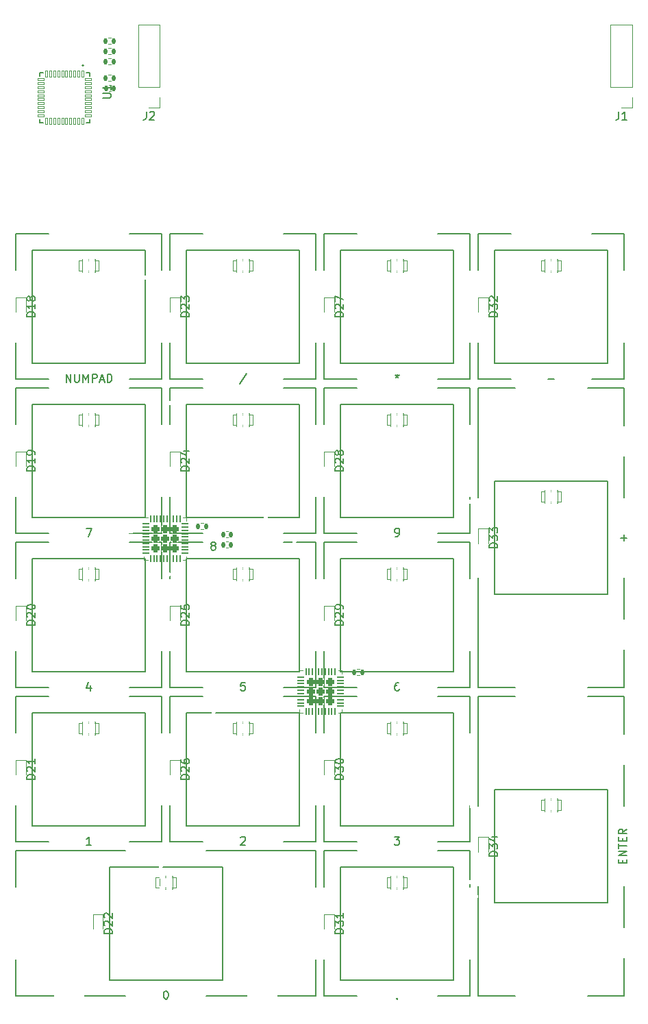
<source format=gbr>
%TF.GenerationSoftware,KiCad,Pcbnew,(6.0.5)*%
%TF.CreationDate,2022-06-21T22:17:49+02:00*%
%TF.ProjectId,Numpad,4e756d70-6164-42e6-9b69-6361645f7063,rev?*%
%TF.SameCoordinates,Original*%
%TF.FileFunction,Legend,Top*%
%TF.FilePolarity,Positive*%
%FSLAX46Y46*%
G04 Gerber Fmt 4.6, Leading zero omitted, Abs format (unit mm)*
G04 Created by KiCad (PCBNEW (6.0.5)) date 2022-06-21 22:17:49*
%MOMM*%
%LPD*%
G01*
G04 APERTURE LIST*
G04 Aperture macros list*
%AMRoundRect*
0 Rectangle with rounded corners*
0 $1 Rounding radius*
0 $2 $3 $4 $5 $6 $7 $8 $9 X,Y pos of 4 corners*
0 Add a 4 corners polygon primitive as box body*
4,1,4,$2,$3,$4,$5,$6,$7,$8,$9,$2,$3,0*
0 Add four circle primitives for the rounded corners*
1,1,$1+$1,$2,$3*
1,1,$1+$1,$4,$5*
1,1,$1+$1,$6,$7*
1,1,$1+$1,$8,$9*
0 Add four rect primitives between the rounded corners*
20,1,$1+$1,$2,$3,$4,$5,0*
20,1,$1+$1,$4,$5,$6,$7,0*
20,1,$1+$1,$6,$7,$8,$9,0*
20,1,$1+$1,$8,$9,$2,$3,0*%
G04 Aperture macros list end*
%ADD10C,0.150000*%
%ADD11C,0.120000*%
%ADD12C,0.127000*%
%ADD13C,0.200000*%
%ADD14R,0.700000X0.600000*%
%ADD15C,3.000000*%
%ADD16C,4.000000*%
%ADD17C,3.048000*%
%ADD18C,3.987800*%
%ADD19R,0.650000X0.600000*%
%ADD20RoundRect,0.135000X-0.135000X-0.185000X0.135000X-0.185000X0.135000X0.185000X-0.135000X0.185000X0*%
%ADD21RoundRect,0.135000X0.135000X0.185000X-0.135000X0.185000X-0.135000X-0.185000X0.135000X-0.185000X0*%
%ADD22RoundRect,0.008100X-0.126900X0.421900X-0.126900X-0.421900X0.126900X-0.421900X0.126900X0.421900X0*%
%ADD23RoundRect,0.008100X-0.421900X-0.126900X0.421900X-0.126900X0.421900X0.126900X-0.421900X0.126900X0*%
%ADD24R,4.100000X4.100000*%
%ADD25R,1.700000X1.700000*%
%ADD26O,1.700000X1.700000*%
%ADD27RoundRect,0.140000X-0.140000X-0.170000X0.140000X-0.170000X0.140000X0.170000X-0.140000X0.170000X0*%
%ADD28RoundRect,0.062500X-0.350000X-0.062500X0.350000X-0.062500X0.350000X0.062500X-0.350000X0.062500X0*%
%ADD29RoundRect,0.062500X-0.062500X-0.350000X0.062500X-0.350000X0.062500X0.350000X-0.062500X0.350000X0*%
%ADD30RoundRect,0.242500X-0.242500X-0.242500X0.242500X-0.242500X0.242500X0.242500X-0.242500X0.242500X0*%
%ADD31RoundRect,0.140000X0.140000X0.170000X-0.140000X0.170000X-0.140000X-0.170000X0.140000X-0.170000X0*%
%ADD32C,0.600000*%
G04 APERTURE END LIST*
D10*
%TO.C,D18*%
X27841380Y-62974285D02*
X26841380Y-62974285D01*
X26841380Y-62736190D01*
X26889000Y-62593333D01*
X26984238Y-62498095D01*
X27079476Y-62450476D01*
X27269952Y-62402857D01*
X27412809Y-62402857D01*
X27603285Y-62450476D01*
X27698523Y-62498095D01*
X27793761Y-62593333D01*
X27841380Y-62736190D01*
X27841380Y-62974285D01*
X27841380Y-61450476D02*
X27841380Y-62021904D01*
X27841380Y-61736190D02*
X26841380Y-61736190D01*
X26984238Y-61831428D01*
X27079476Y-61926666D01*
X27127095Y-62021904D01*
X27269952Y-60879047D02*
X27222333Y-60974285D01*
X27174714Y-61021904D01*
X27079476Y-61069523D01*
X27031857Y-61069523D01*
X26936619Y-61021904D01*
X26889000Y-60974285D01*
X26841380Y-60879047D01*
X26841380Y-60688571D01*
X26889000Y-60593333D01*
X26936619Y-60545714D01*
X27031857Y-60498095D01*
X27079476Y-60498095D01*
X27174714Y-60545714D01*
X27222333Y-60593333D01*
X27269952Y-60688571D01*
X27269952Y-60879047D01*
X27317571Y-60974285D01*
X27365190Y-61021904D01*
X27460428Y-61069523D01*
X27650904Y-61069523D01*
X27746142Y-61021904D01*
X27793761Y-60974285D01*
X27841380Y-60879047D01*
X27841380Y-60688571D01*
X27793761Y-60593333D01*
X27746142Y-60545714D01*
X27650904Y-60498095D01*
X27460428Y-60498095D01*
X27365190Y-60545714D01*
X27317571Y-60593333D01*
X27269952Y-60688571D01*
%TO.C,K_ZERO1*%
X43971380Y-146302380D02*
X44066619Y-146302380D01*
X44161857Y-146350000D01*
X44209476Y-146397619D01*
X44257095Y-146492857D01*
X44304714Y-146683333D01*
X44304714Y-146921428D01*
X44257095Y-147111904D01*
X44209476Y-147207142D01*
X44161857Y-147254761D01*
X44066619Y-147302380D01*
X43971380Y-147302380D01*
X43876142Y-147254761D01*
X43828523Y-147207142D01*
X43780904Y-147111904D01*
X43733285Y-146921428D01*
X43733285Y-146683333D01*
X43780904Y-146492857D01*
X43828523Y-146397619D01*
X43876142Y-146350000D01*
X43971380Y-146302380D01*
%TO.C,U1*%
X36216380Y-35989904D02*
X37025904Y-35989904D01*
X37121142Y-35942285D01*
X37168761Y-35894666D01*
X37216380Y-35799428D01*
X37216380Y-35608952D01*
X37168761Y-35513714D01*
X37121142Y-35466095D01*
X37025904Y-35418476D01*
X36216380Y-35418476D01*
X37216380Y-34418476D02*
X37216380Y-34989904D01*
X37216380Y-34704190D02*
X36216380Y-34704190D01*
X36359238Y-34799428D01*
X36454476Y-34894666D01*
X36502095Y-34989904D01*
%TO.C,D25*%
X46891380Y-101074285D02*
X45891380Y-101074285D01*
X45891380Y-100836190D01*
X45939000Y-100693333D01*
X46034238Y-100598095D01*
X46129476Y-100550476D01*
X46319952Y-100502857D01*
X46462809Y-100502857D01*
X46653285Y-100550476D01*
X46748523Y-100598095D01*
X46843761Y-100693333D01*
X46891380Y-100836190D01*
X46891380Y-101074285D01*
X45986619Y-100121904D02*
X45939000Y-100074285D01*
X45891380Y-99979047D01*
X45891380Y-99740952D01*
X45939000Y-99645714D01*
X45986619Y-99598095D01*
X46081857Y-99550476D01*
X46177095Y-99550476D01*
X46319952Y-99598095D01*
X46891380Y-100169523D01*
X46891380Y-99550476D01*
X45891380Y-98645714D02*
X45891380Y-99121904D01*
X46367571Y-99169523D01*
X46319952Y-99121904D01*
X46272333Y-99026666D01*
X46272333Y-98788571D01*
X46319952Y-98693333D01*
X46367571Y-98645714D01*
X46462809Y-98598095D01*
X46700904Y-98598095D01*
X46796142Y-98645714D01*
X46843761Y-98693333D01*
X46891380Y-98788571D01*
X46891380Y-99026666D01*
X46843761Y-99121904D01*
X46796142Y-99169523D01*
%TO.C,K_TWO1*%
X53258285Y-127347619D02*
X53305904Y-127300000D01*
X53401142Y-127252380D01*
X53639238Y-127252380D01*
X53734476Y-127300000D01*
X53782095Y-127347619D01*
X53829714Y-127442857D01*
X53829714Y-127538095D01*
X53782095Y-127680952D01*
X53210666Y-128252380D01*
X53829714Y-128252380D01*
%TO.C,K_DOT1*%
X72594000Y-147207142D02*
X72641619Y-147254761D01*
X72594000Y-147302380D01*
X72546380Y-147254761D01*
X72594000Y-147207142D01*
X72594000Y-147302380D01*
%TO.C,K_SLASH1*%
X53972571Y-70054761D02*
X53115428Y-71340476D01*
%TO.C,D19*%
X27841380Y-82024285D02*
X26841380Y-82024285D01*
X26841380Y-81786190D01*
X26889000Y-81643333D01*
X26984238Y-81548095D01*
X27079476Y-81500476D01*
X27269952Y-81452857D01*
X27412809Y-81452857D01*
X27603285Y-81500476D01*
X27698523Y-81548095D01*
X27793761Y-81643333D01*
X27841380Y-81786190D01*
X27841380Y-82024285D01*
X27841380Y-80500476D02*
X27841380Y-81071904D01*
X27841380Y-80786190D02*
X26841380Y-80786190D01*
X26984238Y-80881428D01*
X27079476Y-80976666D01*
X27127095Y-81071904D01*
X27841380Y-80024285D02*
X27841380Y-79833809D01*
X27793761Y-79738571D01*
X27746142Y-79690952D01*
X27603285Y-79595714D01*
X27412809Y-79548095D01*
X27031857Y-79548095D01*
X26936619Y-79595714D01*
X26889000Y-79643333D01*
X26841380Y-79738571D01*
X26841380Y-79929047D01*
X26889000Y-80024285D01*
X26936619Y-80071904D01*
X27031857Y-80119523D01*
X27269952Y-80119523D01*
X27365190Y-80071904D01*
X27412809Y-80024285D01*
X27460428Y-79929047D01*
X27460428Y-79738571D01*
X27412809Y-79643333D01*
X27365190Y-79595714D01*
X27269952Y-79548095D01*
%TO.C,D29*%
X65941380Y-101074285D02*
X64941380Y-101074285D01*
X64941380Y-100836190D01*
X64989000Y-100693333D01*
X65084238Y-100598095D01*
X65179476Y-100550476D01*
X65369952Y-100502857D01*
X65512809Y-100502857D01*
X65703285Y-100550476D01*
X65798523Y-100598095D01*
X65893761Y-100693333D01*
X65941380Y-100836190D01*
X65941380Y-101074285D01*
X65036619Y-100121904D02*
X64989000Y-100074285D01*
X64941380Y-99979047D01*
X64941380Y-99740952D01*
X64989000Y-99645714D01*
X65036619Y-99598095D01*
X65131857Y-99550476D01*
X65227095Y-99550476D01*
X65369952Y-99598095D01*
X65941380Y-100169523D01*
X65941380Y-99550476D01*
X65941380Y-99074285D02*
X65941380Y-98883809D01*
X65893761Y-98788571D01*
X65846142Y-98740952D01*
X65703285Y-98645714D01*
X65512809Y-98598095D01*
X65131857Y-98598095D01*
X65036619Y-98645714D01*
X64989000Y-98693333D01*
X64941380Y-98788571D01*
X64941380Y-98979047D01*
X64989000Y-99074285D01*
X65036619Y-99121904D01*
X65131857Y-99169523D01*
X65369952Y-99169523D01*
X65465190Y-99121904D01*
X65512809Y-99074285D01*
X65560428Y-98979047D01*
X65560428Y-98788571D01*
X65512809Y-98693333D01*
X65465190Y-98645714D01*
X65369952Y-98598095D01*
%TO.C,D27*%
X65941380Y-62974285D02*
X64941380Y-62974285D01*
X64941380Y-62736190D01*
X64989000Y-62593333D01*
X65084238Y-62498095D01*
X65179476Y-62450476D01*
X65369952Y-62402857D01*
X65512809Y-62402857D01*
X65703285Y-62450476D01*
X65798523Y-62498095D01*
X65893761Y-62593333D01*
X65941380Y-62736190D01*
X65941380Y-62974285D01*
X65036619Y-62021904D02*
X64989000Y-61974285D01*
X64941380Y-61879047D01*
X64941380Y-61640952D01*
X64989000Y-61545714D01*
X65036619Y-61498095D01*
X65131857Y-61450476D01*
X65227095Y-61450476D01*
X65369952Y-61498095D01*
X65941380Y-62069523D01*
X65941380Y-61450476D01*
X64941380Y-61117142D02*
X64941380Y-60450476D01*
X65941380Y-60879047D01*
%TO.C,K_ENTER1*%
X100462571Y-130506428D02*
X100462571Y-130173095D01*
X100986380Y-130030238D02*
X100986380Y-130506428D01*
X99986380Y-130506428D01*
X99986380Y-130030238D01*
X100986380Y-129601666D02*
X99986380Y-129601666D01*
X100986380Y-129030238D01*
X99986380Y-129030238D01*
X99986380Y-128696904D02*
X99986380Y-128125476D01*
X100986380Y-128411190D02*
X99986380Y-128411190D01*
X100462571Y-127792142D02*
X100462571Y-127458809D01*
X100986380Y-127315952D02*
X100986380Y-127792142D01*
X99986380Y-127792142D01*
X99986380Y-127315952D01*
X100986380Y-126315952D02*
X100510190Y-126649285D01*
X100986380Y-126887380D02*
X99986380Y-126887380D01*
X99986380Y-126506428D01*
X100034000Y-126411190D01*
X100081619Y-126363571D01*
X100176857Y-126315952D01*
X100319714Y-126315952D01*
X100414952Y-126363571D01*
X100462571Y-126411190D01*
X100510190Y-126506428D01*
X100510190Y-126887380D01*
%TO.C,K_MINUS1*%
X91263047Y-70721428D02*
X92024952Y-70721428D01*
%TO.C,D34*%
X84991380Y-129649285D02*
X83991380Y-129649285D01*
X83991380Y-129411190D01*
X84039000Y-129268333D01*
X84134238Y-129173095D01*
X84229476Y-129125476D01*
X84419952Y-129077857D01*
X84562809Y-129077857D01*
X84753285Y-129125476D01*
X84848523Y-129173095D01*
X84943761Y-129268333D01*
X84991380Y-129411190D01*
X84991380Y-129649285D01*
X83991380Y-128744523D02*
X83991380Y-128125476D01*
X84372333Y-128458809D01*
X84372333Y-128315952D01*
X84419952Y-128220714D01*
X84467571Y-128173095D01*
X84562809Y-128125476D01*
X84800904Y-128125476D01*
X84896142Y-128173095D01*
X84943761Y-128220714D01*
X84991380Y-128315952D01*
X84991380Y-128601666D01*
X84943761Y-128696904D01*
X84896142Y-128744523D01*
X84324714Y-127268333D02*
X84991380Y-127268333D01*
X83943761Y-127506428D02*
X84658047Y-127744523D01*
X84658047Y-127125476D01*
%TO.C,D33*%
X84991380Y-91549285D02*
X83991380Y-91549285D01*
X83991380Y-91311190D01*
X84039000Y-91168333D01*
X84134238Y-91073095D01*
X84229476Y-91025476D01*
X84419952Y-90977857D01*
X84562809Y-90977857D01*
X84753285Y-91025476D01*
X84848523Y-91073095D01*
X84943761Y-91168333D01*
X84991380Y-91311190D01*
X84991380Y-91549285D01*
X83991380Y-90644523D02*
X83991380Y-90025476D01*
X84372333Y-90358809D01*
X84372333Y-90215952D01*
X84419952Y-90120714D01*
X84467571Y-90073095D01*
X84562809Y-90025476D01*
X84800904Y-90025476D01*
X84896142Y-90073095D01*
X84943761Y-90120714D01*
X84991380Y-90215952D01*
X84991380Y-90501666D01*
X84943761Y-90596904D01*
X84896142Y-90644523D01*
X83991380Y-89692142D02*
X83991380Y-89073095D01*
X84372333Y-89406428D01*
X84372333Y-89263571D01*
X84419952Y-89168333D01*
X84467571Y-89120714D01*
X84562809Y-89073095D01*
X84800904Y-89073095D01*
X84896142Y-89120714D01*
X84943761Y-89168333D01*
X84991380Y-89263571D01*
X84991380Y-89549285D01*
X84943761Y-89644523D01*
X84896142Y-89692142D01*
%TO.C,J1*%
X99986666Y-37676380D02*
X99986666Y-38390666D01*
X99939047Y-38533523D01*
X99843809Y-38628761D01*
X99700952Y-38676380D01*
X99605714Y-38676380D01*
X100986666Y-38676380D02*
X100415238Y-38676380D01*
X100700952Y-38676380D02*
X100700952Y-37676380D01*
X100605714Y-37819238D01*
X100510476Y-37914476D01*
X100415238Y-37962095D01*
%TO.C,D26*%
X46891380Y-120124285D02*
X45891380Y-120124285D01*
X45891380Y-119886190D01*
X45939000Y-119743333D01*
X46034238Y-119648095D01*
X46129476Y-119600476D01*
X46319952Y-119552857D01*
X46462809Y-119552857D01*
X46653285Y-119600476D01*
X46748523Y-119648095D01*
X46843761Y-119743333D01*
X46891380Y-119886190D01*
X46891380Y-120124285D01*
X45986619Y-119171904D02*
X45939000Y-119124285D01*
X45891380Y-119029047D01*
X45891380Y-118790952D01*
X45939000Y-118695714D01*
X45986619Y-118648095D01*
X46081857Y-118600476D01*
X46177095Y-118600476D01*
X46319952Y-118648095D01*
X46891380Y-119219523D01*
X46891380Y-118600476D01*
X45891380Y-117743333D02*
X45891380Y-117933809D01*
X45939000Y-118029047D01*
X45986619Y-118076666D01*
X46129476Y-118171904D01*
X46319952Y-118219523D01*
X46700904Y-118219523D01*
X46796142Y-118171904D01*
X46843761Y-118124285D01*
X46891380Y-118029047D01*
X46891380Y-117838571D01*
X46843761Y-117743333D01*
X46796142Y-117695714D01*
X46700904Y-117648095D01*
X46462809Y-117648095D01*
X46367571Y-117695714D01*
X46319952Y-117743333D01*
X46272333Y-117838571D01*
X46272333Y-118029047D01*
X46319952Y-118124285D01*
X46367571Y-118171904D01*
X46462809Y-118219523D01*
%TO.C,D22*%
X37366380Y-139174285D02*
X36366380Y-139174285D01*
X36366380Y-138936190D01*
X36414000Y-138793333D01*
X36509238Y-138698095D01*
X36604476Y-138650476D01*
X36794952Y-138602857D01*
X36937809Y-138602857D01*
X37128285Y-138650476D01*
X37223523Y-138698095D01*
X37318761Y-138793333D01*
X37366380Y-138936190D01*
X37366380Y-139174285D01*
X36461619Y-138221904D02*
X36414000Y-138174285D01*
X36366380Y-138079047D01*
X36366380Y-137840952D01*
X36414000Y-137745714D01*
X36461619Y-137698095D01*
X36556857Y-137650476D01*
X36652095Y-137650476D01*
X36794952Y-137698095D01*
X37366380Y-138269523D01*
X37366380Y-137650476D01*
X36461619Y-137269523D02*
X36414000Y-137221904D01*
X36366380Y-137126666D01*
X36366380Y-136888571D01*
X36414000Y-136793333D01*
X36461619Y-136745714D01*
X36556857Y-136698095D01*
X36652095Y-136698095D01*
X36794952Y-136745714D01*
X37366380Y-137317142D01*
X37366380Y-136698095D01*
%TO.C,K_PLUS1*%
X100605428Y-90715952D02*
X100605428Y-89954047D01*
X100986380Y-90335000D02*
X100224476Y-90335000D01*
%TO.C,K_THREE1*%
X72260666Y-127252380D02*
X72879714Y-127252380D01*
X72546380Y-127633333D01*
X72689238Y-127633333D01*
X72784476Y-127680952D01*
X72832095Y-127728571D01*
X72879714Y-127823809D01*
X72879714Y-128061904D01*
X72832095Y-128157142D01*
X72784476Y-128204761D01*
X72689238Y-128252380D01*
X72403523Y-128252380D01*
X72308285Y-128204761D01*
X72260666Y-128157142D01*
%TO.C,K_SEVEN1*%
X34160666Y-89152380D02*
X34827333Y-89152380D01*
X34398761Y-90152380D01*
%TO.C,D30*%
X65941380Y-120124285D02*
X64941380Y-120124285D01*
X64941380Y-119886190D01*
X64989000Y-119743333D01*
X65084238Y-119648095D01*
X65179476Y-119600476D01*
X65369952Y-119552857D01*
X65512809Y-119552857D01*
X65703285Y-119600476D01*
X65798523Y-119648095D01*
X65893761Y-119743333D01*
X65941380Y-119886190D01*
X65941380Y-120124285D01*
X64941380Y-119219523D02*
X64941380Y-118600476D01*
X65322333Y-118933809D01*
X65322333Y-118790952D01*
X65369952Y-118695714D01*
X65417571Y-118648095D01*
X65512809Y-118600476D01*
X65750904Y-118600476D01*
X65846142Y-118648095D01*
X65893761Y-118695714D01*
X65941380Y-118790952D01*
X65941380Y-119076666D01*
X65893761Y-119171904D01*
X65846142Y-119219523D01*
X64941380Y-117981428D02*
X64941380Y-117886190D01*
X64989000Y-117790952D01*
X65036619Y-117743333D01*
X65131857Y-117695714D01*
X65322333Y-117648095D01*
X65560428Y-117648095D01*
X65750904Y-117695714D01*
X65846142Y-117743333D01*
X65893761Y-117790952D01*
X65941380Y-117886190D01*
X65941380Y-117981428D01*
X65893761Y-118076666D01*
X65846142Y-118124285D01*
X65750904Y-118171904D01*
X65560428Y-118219523D01*
X65322333Y-118219523D01*
X65131857Y-118171904D01*
X65036619Y-118124285D01*
X64989000Y-118076666D01*
X64941380Y-117981428D01*
%TO.C,D21*%
X27841380Y-120124285D02*
X26841380Y-120124285D01*
X26841380Y-119886190D01*
X26889000Y-119743333D01*
X26984238Y-119648095D01*
X27079476Y-119600476D01*
X27269952Y-119552857D01*
X27412809Y-119552857D01*
X27603285Y-119600476D01*
X27698523Y-119648095D01*
X27793761Y-119743333D01*
X27841380Y-119886190D01*
X27841380Y-120124285D01*
X26936619Y-119171904D02*
X26889000Y-119124285D01*
X26841380Y-119029047D01*
X26841380Y-118790952D01*
X26889000Y-118695714D01*
X26936619Y-118648095D01*
X27031857Y-118600476D01*
X27127095Y-118600476D01*
X27269952Y-118648095D01*
X27841380Y-119219523D01*
X27841380Y-118600476D01*
X27841380Y-117648095D02*
X27841380Y-118219523D01*
X27841380Y-117933809D02*
X26841380Y-117933809D01*
X26984238Y-118029047D01*
X27079476Y-118124285D01*
X27127095Y-118219523D01*
%TO.C,D28*%
X65941380Y-82024285D02*
X64941380Y-82024285D01*
X64941380Y-81786190D01*
X64989000Y-81643333D01*
X65084238Y-81548095D01*
X65179476Y-81500476D01*
X65369952Y-81452857D01*
X65512809Y-81452857D01*
X65703285Y-81500476D01*
X65798523Y-81548095D01*
X65893761Y-81643333D01*
X65941380Y-81786190D01*
X65941380Y-82024285D01*
X65036619Y-81071904D02*
X64989000Y-81024285D01*
X64941380Y-80929047D01*
X64941380Y-80690952D01*
X64989000Y-80595714D01*
X65036619Y-80548095D01*
X65131857Y-80500476D01*
X65227095Y-80500476D01*
X65369952Y-80548095D01*
X65941380Y-81119523D01*
X65941380Y-80500476D01*
X65369952Y-79929047D02*
X65322333Y-80024285D01*
X65274714Y-80071904D01*
X65179476Y-80119523D01*
X65131857Y-80119523D01*
X65036619Y-80071904D01*
X64989000Y-80024285D01*
X64941380Y-79929047D01*
X64941380Y-79738571D01*
X64989000Y-79643333D01*
X65036619Y-79595714D01*
X65131857Y-79548095D01*
X65179476Y-79548095D01*
X65274714Y-79595714D01*
X65322333Y-79643333D01*
X65369952Y-79738571D01*
X65369952Y-79929047D01*
X65417571Y-80024285D01*
X65465190Y-80071904D01*
X65560428Y-80119523D01*
X65750904Y-80119523D01*
X65846142Y-80071904D01*
X65893761Y-80024285D01*
X65941380Y-79929047D01*
X65941380Y-79738571D01*
X65893761Y-79643333D01*
X65846142Y-79595714D01*
X65750904Y-79548095D01*
X65560428Y-79548095D01*
X65465190Y-79595714D01*
X65417571Y-79643333D01*
X65369952Y-79738571D01*
%TO.C,K_FOUR1*%
X34684476Y-108535714D02*
X34684476Y-109202380D01*
X34446380Y-108154761D02*
X34208285Y-108869047D01*
X34827333Y-108869047D01*
%TO.C,D23*%
X46891380Y-62974285D02*
X45891380Y-62974285D01*
X45891380Y-62736190D01*
X45939000Y-62593333D01*
X46034238Y-62498095D01*
X46129476Y-62450476D01*
X46319952Y-62402857D01*
X46462809Y-62402857D01*
X46653285Y-62450476D01*
X46748523Y-62498095D01*
X46843761Y-62593333D01*
X46891380Y-62736190D01*
X46891380Y-62974285D01*
X45986619Y-62021904D02*
X45939000Y-61974285D01*
X45891380Y-61879047D01*
X45891380Y-61640952D01*
X45939000Y-61545714D01*
X45986619Y-61498095D01*
X46081857Y-61450476D01*
X46177095Y-61450476D01*
X46319952Y-61498095D01*
X46891380Y-62069523D01*
X46891380Y-61450476D01*
X45891380Y-61117142D02*
X45891380Y-60498095D01*
X46272333Y-60831428D01*
X46272333Y-60688571D01*
X46319952Y-60593333D01*
X46367571Y-60545714D01*
X46462809Y-60498095D01*
X46700904Y-60498095D01*
X46796142Y-60545714D01*
X46843761Y-60593333D01*
X46891380Y-60688571D01*
X46891380Y-60974285D01*
X46843761Y-61069523D01*
X46796142Y-61117142D01*
%TO.C,K_ONE1*%
X34779714Y-128252380D02*
X34208285Y-128252380D01*
X34494000Y-128252380D02*
X34494000Y-127252380D01*
X34398761Y-127395238D01*
X34303523Y-127490476D01*
X34208285Y-127538095D01*
%TO.C,D32*%
X84991380Y-62974285D02*
X83991380Y-62974285D01*
X83991380Y-62736190D01*
X84039000Y-62593333D01*
X84134238Y-62498095D01*
X84229476Y-62450476D01*
X84419952Y-62402857D01*
X84562809Y-62402857D01*
X84753285Y-62450476D01*
X84848523Y-62498095D01*
X84943761Y-62593333D01*
X84991380Y-62736190D01*
X84991380Y-62974285D01*
X83991380Y-62069523D02*
X83991380Y-61450476D01*
X84372333Y-61783809D01*
X84372333Y-61640952D01*
X84419952Y-61545714D01*
X84467571Y-61498095D01*
X84562809Y-61450476D01*
X84800904Y-61450476D01*
X84896142Y-61498095D01*
X84943761Y-61545714D01*
X84991380Y-61640952D01*
X84991380Y-61926666D01*
X84943761Y-62021904D01*
X84896142Y-62069523D01*
X84086619Y-61069523D02*
X84039000Y-61021904D01*
X83991380Y-60926666D01*
X83991380Y-60688571D01*
X84039000Y-60593333D01*
X84086619Y-60545714D01*
X84181857Y-60498095D01*
X84277095Y-60498095D01*
X84419952Y-60545714D01*
X84991380Y-61117142D01*
X84991380Y-60498095D01*
%TO.C,D20*%
X27841380Y-101074285D02*
X26841380Y-101074285D01*
X26841380Y-100836190D01*
X26889000Y-100693333D01*
X26984238Y-100598095D01*
X27079476Y-100550476D01*
X27269952Y-100502857D01*
X27412809Y-100502857D01*
X27603285Y-100550476D01*
X27698523Y-100598095D01*
X27793761Y-100693333D01*
X27841380Y-100836190D01*
X27841380Y-101074285D01*
X26936619Y-100121904D02*
X26889000Y-100074285D01*
X26841380Y-99979047D01*
X26841380Y-99740952D01*
X26889000Y-99645714D01*
X26936619Y-99598095D01*
X27031857Y-99550476D01*
X27127095Y-99550476D01*
X27269952Y-99598095D01*
X27841380Y-100169523D01*
X27841380Y-99550476D01*
X26841380Y-98931428D02*
X26841380Y-98836190D01*
X26889000Y-98740952D01*
X26936619Y-98693333D01*
X27031857Y-98645714D01*
X27222333Y-98598095D01*
X27460428Y-98598095D01*
X27650904Y-98645714D01*
X27746142Y-98693333D01*
X27793761Y-98740952D01*
X27841380Y-98836190D01*
X27841380Y-98931428D01*
X27793761Y-99026666D01*
X27746142Y-99074285D01*
X27650904Y-99121904D01*
X27460428Y-99169523D01*
X27222333Y-99169523D01*
X27031857Y-99121904D01*
X26936619Y-99074285D01*
X26889000Y-99026666D01*
X26841380Y-98931428D01*
%TO.C,K_FIVE1*%
X53782095Y-108202380D02*
X53305904Y-108202380D01*
X53258285Y-108678571D01*
X53305904Y-108630952D01*
X53401142Y-108583333D01*
X53639238Y-108583333D01*
X53734476Y-108630952D01*
X53782095Y-108678571D01*
X53829714Y-108773809D01*
X53829714Y-109011904D01*
X53782095Y-109107142D01*
X53734476Y-109154761D01*
X53639238Y-109202380D01*
X53401142Y-109202380D01*
X53305904Y-109154761D01*
X53258285Y-109107142D01*
%TO.C,K_SIX1*%
X72784476Y-108202380D02*
X72594000Y-108202380D01*
X72498761Y-108250000D01*
X72451142Y-108297619D01*
X72355904Y-108440476D01*
X72308285Y-108630952D01*
X72308285Y-109011904D01*
X72355904Y-109107142D01*
X72403523Y-109154761D01*
X72498761Y-109202380D01*
X72689238Y-109202380D01*
X72784476Y-109154761D01*
X72832095Y-109107142D01*
X72879714Y-109011904D01*
X72879714Y-108773809D01*
X72832095Y-108678571D01*
X72784476Y-108630952D01*
X72689238Y-108583333D01*
X72498761Y-108583333D01*
X72403523Y-108630952D01*
X72355904Y-108678571D01*
X72308285Y-108773809D01*
%TO.C,K_STAR1*%
X72594000Y-70102380D02*
X72594000Y-70340476D01*
X72355904Y-70245238D02*
X72594000Y-70340476D01*
X72832095Y-70245238D01*
X72451142Y-70530952D02*
X72594000Y-70340476D01*
X72736857Y-70530952D01*
%TO.C,K_EIGHT1*%
X49777089Y-91282952D02*
X49681851Y-91235333D01*
X49634232Y-91187714D01*
X49586613Y-91092476D01*
X49586613Y-91044857D01*
X49634232Y-90949619D01*
X49681851Y-90902000D01*
X49777089Y-90854380D01*
X49967566Y-90854380D01*
X50062804Y-90902000D01*
X50110423Y-90949619D01*
X50158042Y-91044857D01*
X50158042Y-91092476D01*
X50110423Y-91187714D01*
X50062804Y-91235333D01*
X49967566Y-91282952D01*
X49777089Y-91282952D01*
X49681851Y-91330571D01*
X49634232Y-91378190D01*
X49586613Y-91473428D01*
X49586613Y-91663904D01*
X49634232Y-91759142D01*
X49681851Y-91806761D01*
X49777089Y-91854380D01*
X49967566Y-91854380D01*
X50062804Y-91806761D01*
X50110423Y-91759142D01*
X50158042Y-91663904D01*
X50158042Y-91473428D01*
X50110423Y-91378190D01*
X50062804Y-91330571D01*
X49967566Y-91282952D01*
%TO.C,J2*%
X41592666Y-37676380D02*
X41592666Y-38390666D01*
X41545047Y-38533523D01*
X41449809Y-38628761D01*
X41306952Y-38676380D01*
X41211714Y-38676380D01*
X42021238Y-37771619D02*
X42068857Y-37724000D01*
X42164095Y-37676380D01*
X42402190Y-37676380D01*
X42497428Y-37724000D01*
X42545047Y-37771619D01*
X42592666Y-37866857D01*
X42592666Y-37962095D01*
X42545047Y-38104952D01*
X41973619Y-38676380D01*
X42592666Y-38676380D01*
%TO.C,K_NUMPAD1*%
X31684476Y-71102380D02*
X31684476Y-70102380D01*
X32255904Y-71102380D01*
X32255904Y-70102380D01*
X32732095Y-70102380D02*
X32732095Y-70911904D01*
X32779714Y-71007142D01*
X32827333Y-71054761D01*
X32922571Y-71102380D01*
X33113047Y-71102380D01*
X33208285Y-71054761D01*
X33255904Y-71007142D01*
X33303523Y-70911904D01*
X33303523Y-70102380D01*
X33779714Y-71102380D02*
X33779714Y-70102380D01*
X34113047Y-70816666D01*
X34446380Y-70102380D01*
X34446380Y-71102380D01*
X34922571Y-71102380D02*
X34922571Y-70102380D01*
X35303523Y-70102380D01*
X35398761Y-70150000D01*
X35446380Y-70197619D01*
X35494000Y-70292857D01*
X35494000Y-70435714D01*
X35446380Y-70530952D01*
X35398761Y-70578571D01*
X35303523Y-70626190D01*
X34922571Y-70626190D01*
X35874952Y-70816666D02*
X36351142Y-70816666D01*
X35779714Y-71102380D02*
X36113047Y-70102380D01*
X36446380Y-71102380D01*
X36779714Y-71102380D02*
X36779714Y-70102380D01*
X37017809Y-70102380D01*
X37160666Y-70150000D01*
X37255904Y-70245238D01*
X37303523Y-70340476D01*
X37351142Y-70530952D01*
X37351142Y-70673809D01*
X37303523Y-70864285D01*
X37255904Y-70959523D01*
X37160666Y-71054761D01*
X37017809Y-71102380D01*
X36779714Y-71102380D01*
%TO.C,D31*%
X65941380Y-139174285D02*
X64941380Y-139174285D01*
X64941380Y-138936190D01*
X64989000Y-138793333D01*
X65084238Y-138698095D01*
X65179476Y-138650476D01*
X65369952Y-138602857D01*
X65512809Y-138602857D01*
X65703285Y-138650476D01*
X65798523Y-138698095D01*
X65893761Y-138793333D01*
X65941380Y-138936190D01*
X65941380Y-139174285D01*
X64941380Y-138269523D02*
X64941380Y-137650476D01*
X65322333Y-137983809D01*
X65322333Y-137840952D01*
X65369952Y-137745714D01*
X65417571Y-137698095D01*
X65512809Y-137650476D01*
X65750904Y-137650476D01*
X65846142Y-137698095D01*
X65893761Y-137745714D01*
X65941380Y-137840952D01*
X65941380Y-138126666D01*
X65893761Y-138221904D01*
X65846142Y-138269523D01*
X65941380Y-136698095D02*
X65941380Y-137269523D01*
X65941380Y-136983809D02*
X64941380Y-136983809D01*
X65084238Y-137079047D01*
X65179476Y-137174285D01*
X65227095Y-137269523D01*
%TO.C,K_NINE1*%
X72403523Y-90152380D02*
X72594000Y-90152380D01*
X72689238Y-90104761D01*
X72736857Y-90057142D01*
X72832095Y-89914285D01*
X72879714Y-89723809D01*
X72879714Y-89342857D01*
X72832095Y-89247619D01*
X72784476Y-89200000D01*
X72689238Y-89152380D01*
X72498761Y-89152380D01*
X72403523Y-89200000D01*
X72355904Y-89247619D01*
X72308285Y-89342857D01*
X72308285Y-89580952D01*
X72355904Y-89676190D01*
X72403523Y-89723809D01*
X72498761Y-89771428D01*
X72689238Y-89771428D01*
X72784476Y-89723809D01*
X72832095Y-89676190D01*
X72879714Y-89580952D01*
%TO.C,D24*%
X46891380Y-82024285D02*
X45891380Y-82024285D01*
X45891380Y-81786190D01*
X45939000Y-81643333D01*
X46034238Y-81548095D01*
X46129476Y-81500476D01*
X46319952Y-81452857D01*
X46462809Y-81452857D01*
X46653285Y-81500476D01*
X46748523Y-81548095D01*
X46843761Y-81643333D01*
X46891380Y-81786190D01*
X46891380Y-82024285D01*
X45986619Y-81071904D02*
X45939000Y-81024285D01*
X45891380Y-80929047D01*
X45891380Y-80690952D01*
X45939000Y-80595714D01*
X45986619Y-80548095D01*
X46081857Y-80500476D01*
X46177095Y-80500476D01*
X46319952Y-80548095D01*
X46891380Y-81119523D01*
X46891380Y-80500476D01*
X46224714Y-79643333D02*
X46891380Y-79643333D01*
X45843761Y-79881428D02*
X46558047Y-80119523D01*
X46558047Y-79500476D01*
D11*
%TO.C,D18*%
X26689000Y-60610000D02*
X25489000Y-60610000D01*
X26689000Y-62460000D02*
X26689000Y-60610000D01*
X25489000Y-62460000D02*
X25489000Y-60610000D01*
D10*
%TO.C,K_ZERO1*%
X48994000Y-128960000D02*
X62544000Y-128960000D01*
D11*
X45264000Y-133520000D02*
X42764000Y-133520000D01*
D10*
X48994000Y-146960000D02*
X62544000Y-146960000D01*
X25494000Y-128960000D02*
X25494000Y-133460000D01*
X25494000Y-146960000D02*
X39044000Y-146960000D01*
X37019000Y-144960000D02*
X37019000Y-130960000D01*
X37019000Y-130960000D02*
X51019000Y-130960000D01*
X25494000Y-142460000D02*
X25494000Y-146960000D01*
X62544000Y-133460000D02*
X62544000Y-128960000D01*
X51019000Y-130960000D02*
X51019000Y-144960000D01*
X51019000Y-144960000D02*
X37019000Y-144960000D01*
D11*
X45264000Y-132270000D02*
X42764000Y-132270000D01*
X42764000Y-132270000D02*
X42764000Y-133520000D01*
X45264000Y-133520000D02*
X45264000Y-132270000D01*
D10*
X25494000Y-128960000D02*
X39044000Y-128960000D01*
X62544000Y-142460000D02*
X62544000Y-146960000D01*
D11*
%TO.C,D12*%
X73394000Y-95595000D02*
X71794000Y-95595000D01*
X71794000Y-93995000D02*
X73394000Y-93995000D01*
X73394000Y-95595000D02*
X73394000Y-93995000D01*
X73394000Y-93995000D02*
X73394000Y-95595000D01*
X71794000Y-95595000D02*
X71794000Y-93995000D01*
%TO.C,R5*%
X36930359Y-30606000D02*
X37237641Y-30606000D01*
X36930359Y-29846000D02*
X37237641Y-29846000D01*
%TO.C,R1*%
X37237641Y-33148000D02*
X36930359Y-33148000D01*
X37237641Y-33908000D02*
X36930359Y-33908000D01*
D12*
%TO.C,U1*%
X34564000Y-32913000D02*
X34564000Y-33258000D01*
X34564000Y-39013000D02*
X34564000Y-38668000D01*
X28464000Y-39013000D02*
X28464000Y-38668000D01*
X34564000Y-39013000D02*
X34219000Y-39013000D01*
X28464000Y-32913000D02*
X28809000Y-32913000D01*
X28464000Y-39013000D02*
X28809000Y-39013000D01*
X34564000Y-32913000D02*
X34219000Y-32913000D01*
X28464000Y-32913000D02*
X28464000Y-33258000D01*
D13*
X33864000Y-31968000D02*
G75*
G03*
X33864000Y-31968000I-100000J0D01*
G01*
D11*
%TO.C,D25*%
X44539000Y-100560000D02*
X44539000Y-98710000D01*
X45739000Y-100560000D02*
X45739000Y-98710000D01*
X45739000Y-98710000D02*
X44539000Y-98710000D01*
%TO.C,R3*%
X67971641Y-106554000D02*
X67664359Y-106554000D01*
X67971641Y-107314000D02*
X67664359Y-107314000D01*
D10*
%TO.C,K_TWO1*%
X46539000Y-125915000D02*
X46539000Y-111915000D01*
D11*
X52289000Y-113220000D02*
X52289000Y-114470000D01*
D10*
X46539000Y-111915000D02*
X60539000Y-111915000D01*
X44544000Y-109910000D02*
X44544000Y-114410000D01*
X44544000Y-123410000D02*
X44544000Y-127910000D01*
X44544000Y-109910000D02*
X48544000Y-109910000D01*
X62544000Y-109910000D02*
X58544000Y-109910000D01*
D11*
X54789000Y-114470000D02*
X52289000Y-114470000D01*
D10*
X60539000Y-111915000D02*
X60539000Y-125915000D01*
X60539000Y-125915000D02*
X46539000Y-125915000D01*
D11*
X54789000Y-114470000D02*
X54789000Y-113220000D01*
D10*
X58544000Y-127910000D02*
X62544000Y-127910000D01*
X44544000Y-127910000D02*
X48544000Y-127910000D01*
X62544000Y-114410000D02*
X62544000Y-109910000D01*
D11*
X54789000Y-113220000D02*
X52289000Y-113220000D01*
D10*
X62544000Y-123410000D02*
X62544000Y-127910000D01*
D11*
%TO.C,K_DOT1*%
X73839000Y-132270000D02*
X71339000Y-132270000D01*
X73839000Y-133520000D02*
X71339000Y-133520000D01*
D10*
X63594000Y-142460000D02*
X63594000Y-146960000D01*
D11*
X71339000Y-132270000D02*
X71339000Y-133520000D01*
D10*
X81594000Y-128960000D02*
X77594000Y-128960000D01*
X63594000Y-146960000D02*
X67594000Y-146960000D01*
X65589000Y-144965000D02*
X65589000Y-130965000D01*
X79589000Y-144965000D02*
X65589000Y-144965000D01*
X63594000Y-128960000D02*
X63594000Y-133460000D01*
X65589000Y-130965000D02*
X79589000Y-130965000D01*
D11*
X73839000Y-133520000D02*
X73839000Y-132270000D01*
D10*
X79589000Y-130965000D02*
X79589000Y-144965000D01*
X81594000Y-133460000D02*
X81594000Y-128960000D01*
X77594000Y-146960000D02*
X81594000Y-146960000D01*
X63594000Y-128960000D02*
X67594000Y-128960000D01*
X81594000Y-142460000D02*
X81594000Y-146960000D01*
D11*
%TO.C,D10*%
X73394000Y-55895000D02*
X73394000Y-57495000D01*
X73394000Y-57495000D02*
X73394000Y-55895000D01*
X73394000Y-57495000D02*
X71794000Y-57495000D01*
X71794000Y-57495000D02*
X71794000Y-55895000D01*
X71794000Y-55895000D02*
X73394000Y-55895000D01*
%TO.C,D4*%
X35294000Y-113045000D02*
X35294000Y-114645000D01*
X35294000Y-114645000D02*
X33694000Y-114645000D01*
X33694000Y-114645000D02*
X33694000Y-113045000D01*
X33694000Y-113045000D02*
X35294000Y-113045000D01*
X35294000Y-114645000D02*
X35294000Y-113045000D01*
%TO.C,K_SLASH1*%
X52289000Y-56070000D02*
X52289000Y-57320000D01*
D10*
X44544000Y-52760000D02*
X44544000Y-57260000D01*
D11*
X54789000Y-56070000D02*
X52289000Y-56070000D01*
D10*
X62544000Y-66260000D02*
X62544000Y-70760000D01*
X60539000Y-68765000D02*
X46539000Y-68765000D01*
X62544000Y-57260000D02*
X62544000Y-52760000D01*
X44544000Y-70760000D02*
X48544000Y-70760000D01*
X62544000Y-52760000D02*
X58544000Y-52760000D01*
X58544000Y-70760000D02*
X62544000Y-70760000D01*
X60539000Y-54765000D02*
X60539000Y-68765000D01*
X44544000Y-52760000D02*
X48544000Y-52760000D01*
X46539000Y-68765000D02*
X46539000Y-54765000D01*
D11*
X54789000Y-57320000D02*
X54789000Y-56070000D01*
X54789000Y-57320000D02*
X52289000Y-57320000D01*
D10*
X46539000Y-54765000D02*
X60539000Y-54765000D01*
X44544000Y-66260000D02*
X44544000Y-70760000D01*
D11*
%TO.C,D19*%
X26689000Y-81510000D02*
X26689000Y-79660000D01*
X25489000Y-81510000D02*
X25489000Y-79660000D01*
X26689000Y-79660000D02*
X25489000Y-79660000D01*
%TO.C,D29*%
X64789000Y-98710000D02*
X63589000Y-98710000D01*
X64789000Y-100560000D02*
X64789000Y-98710000D01*
X63589000Y-100560000D02*
X63589000Y-98710000D01*
%TO.C,D27*%
X64789000Y-60610000D02*
X63589000Y-60610000D01*
X63589000Y-62460000D02*
X63589000Y-60610000D01*
X64789000Y-62460000D02*
X64789000Y-60610000D01*
%TO.C,D6*%
X54344000Y-57495000D02*
X54344000Y-55895000D01*
X54344000Y-55895000D02*
X54344000Y-57495000D01*
X52744000Y-55895000D02*
X54344000Y-55895000D01*
X54344000Y-57495000D02*
X52744000Y-57495000D01*
X52744000Y-57495000D02*
X52744000Y-55895000D01*
D10*
%TO.C,K_ENTER1*%
X84644000Y-135435000D02*
X84644000Y-121435000D01*
X82644000Y-123460000D02*
X82644000Y-109910000D01*
X87144000Y-109910000D02*
X82644000Y-109910000D01*
X96144000Y-146960000D02*
X100644000Y-146960000D01*
D11*
X90389000Y-122745000D02*
X90389000Y-123995000D01*
D10*
X98644000Y-121435000D02*
X98644000Y-135435000D01*
X82644000Y-146960000D02*
X87144000Y-146960000D01*
X82644000Y-146960000D02*
X82644000Y-133410000D01*
X96144000Y-109910000D02*
X100644000Y-109910000D01*
X100644000Y-146960000D02*
X100644000Y-133410000D01*
X84644000Y-121435000D02*
X98644000Y-121435000D01*
X98644000Y-135435000D02*
X84644000Y-135435000D01*
D11*
X92889000Y-123995000D02*
X92889000Y-122745000D01*
X92889000Y-123995000D02*
X90389000Y-123995000D01*
X92889000Y-122745000D02*
X90389000Y-122745000D01*
D10*
X100644000Y-123460000D02*
X100644000Y-109910000D01*
D11*
%TO.C,D3*%
X35294000Y-93995000D02*
X35294000Y-95595000D01*
X35294000Y-95595000D02*
X33694000Y-95595000D01*
X33694000Y-95595000D02*
X33694000Y-93995000D01*
X35294000Y-95595000D02*
X35294000Y-93995000D01*
X33694000Y-93995000D02*
X35294000Y-93995000D01*
%TO.C,D13*%
X73394000Y-113045000D02*
X73394000Y-114645000D01*
X71794000Y-114645000D02*
X71794000Y-113045000D01*
X71794000Y-113045000D02*
X73394000Y-113045000D01*
X73394000Y-114645000D02*
X71794000Y-114645000D01*
X73394000Y-114645000D02*
X73394000Y-113045000D01*
%TO.C,R2*%
X48667641Y-89280000D02*
X48360359Y-89280000D01*
X48667641Y-88520000D02*
X48360359Y-88520000D01*
%TO.C,D7*%
X52744000Y-76545000D02*
X52744000Y-74945000D01*
X54344000Y-76545000D02*
X52744000Y-76545000D01*
X54344000Y-76545000D02*
X54344000Y-74945000D01*
X52744000Y-74945000D02*
X54344000Y-74945000D01*
X54344000Y-74945000D02*
X54344000Y-76545000D01*
%TO.C,K_MINUS1*%
X92889000Y-56070000D02*
X90389000Y-56070000D01*
X90389000Y-56070000D02*
X90389000Y-57320000D01*
D10*
X82644000Y-70760000D02*
X86644000Y-70760000D01*
X84639000Y-68765000D02*
X84639000Y-54765000D01*
X100644000Y-57260000D02*
X100644000Y-52760000D01*
X96644000Y-70760000D02*
X100644000Y-70760000D01*
D11*
X92889000Y-57320000D02*
X90389000Y-57320000D01*
D10*
X82644000Y-52760000D02*
X82644000Y-57260000D01*
X98639000Y-54765000D02*
X98639000Y-68765000D01*
X84639000Y-54765000D02*
X98639000Y-54765000D01*
X82644000Y-52760000D02*
X86644000Y-52760000D01*
X98639000Y-68765000D02*
X84639000Y-68765000D01*
X100644000Y-52760000D02*
X96644000Y-52760000D01*
D11*
X92889000Y-57320000D02*
X92889000Y-56070000D01*
D10*
X82644000Y-66260000D02*
X82644000Y-70760000D01*
X100644000Y-66260000D02*
X100644000Y-70760000D01*
D11*
%TO.C,D34*%
X83839000Y-127285000D02*
X82639000Y-127285000D01*
X82639000Y-129135000D02*
X82639000Y-127285000D01*
X83839000Y-129135000D02*
X83839000Y-127285000D01*
%TO.C,D33*%
X83839000Y-89185000D02*
X82639000Y-89185000D01*
X83839000Y-91035000D02*
X83839000Y-89185000D01*
X82639000Y-91035000D02*
X82639000Y-89185000D01*
%TO.C,D5*%
X44819000Y-132095000D02*
X44819000Y-133695000D01*
X43219000Y-133695000D02*
X43219000Y-132095000D01*
X43219000Y-132095000D02*
X44819000Y-132095000D01*
X44819000Y-133695000D02*
X43219000Y-133695000D01*
X44819000Y-133695000D02*
X44819000Y-132095000D01*
%TO.C,J1*%
X101650000Y-37224000D02*
X100320000Y-37224000D01*
X98990000Y-34624000D02*
X98990000Y-26944000D01*
X101650000Y-35894000D02*
X101650000Y-37224000D01*
X101650000Y-26944000D02*
X98990000Y-26944000D01*
X101650000Y-34624000D02*
X101650000Y-26944000D01*
X101650000Y-34624000D02*
X98990000Y-34624000D01*
%TO.C,D17*%
X90844000Y-124170000D02*
X90844000Y-122570000D01*
X92444000Y-124170000D02*
X90844000Y-124170000D01*
X92444000Y-124170000D02*
X92444000Y-122570000D01*
X92444000Y-122570000D02*
X92444000Y-124170000D01*
X90844000Y-122570000D02*
X92444000Y-122570000D01*
%TO.C,D9*%
X52744000Y-113045000D02*
X54344000Y-113045000D01*
X54344000Y-113045000D02*
X54344000Y-114645000D01*
X54344000Y-114645000D02*
X54344000Y-113045000D01*
X54344000Y-114645000D02*
X52744000Y-114645000D01*
X52744000Y-114645000D02*
X52744000Y-113045000D01*
%TO.C,D26*%
X45739000Y-117760000D02*
X44539000Y-117760000D01*
X45739000Y-119610000D02*
X45739000Y-117760000D01*
X44539000Y-119610000D02*
X44539000Y-117760000D01*
%TO.C,D22*%
X36214000Y-138660000D02*
X36214000Y-136810000D01*
X35014000Y-138660000D02*
X35014000Y-136810000D01*
X36214000Y-136810000D02*
X35014000Y-136810000D01*
D10*
%TO.C,K_PLUS1*%
X84644000Y-97335000D02*
X84644000Y-83335000D01*
X82644000Y-85360000D02*
X82644000Y-71810000D01*
X96144000Y-71810000D02*
X100644000Y-71810000D01*
X82644000Y-108860000D02*
X82644000Y-95310000D01*
X98644000Y-97335000D02*
X84644000Y-97335000D01*
X82644000Y-108860000D02*
X87144000Y-108860000D01*
D11*
X92889000Y-85895000D02*
X90389000Y-85895000D01*
D10*
X100644000Y-108860000D02*
X100644000Y-95310000D01*
D11*
X92889000Y-84645000D02*
X90389000Y-84645000D01*
X92889000Y-85895000D02*
X92889000Y-84645000D01*
D10*
X98644000Y-83335000D02*
X98644000Y-97335000D01*
X96144000Y-108860000D02*
X100644000Y-108860000D01*
X87144000Y-71810000D02*
X82644000Y-71810000D01*
X100644000Y-85360000D02*
X100644000Y-71810000D01*
X84644000Y-83335000D02*
X98644000Y-83335000D01*
D11*
X90389000Y-84645000D02*
X90389000Y-85895000D01*
%TO.C,D2*%
X33694000Y-76545000D02*
X33694000Y-74945000D01*
X35294000Y-74945000D02*
X35294000Y-76545000D01*
X35294000Y-76545000D02*
X35294000Y-74945000D01*
X35294000Y-76545000D02*
X33694000Y-76545000D01*
X33694000Y-74945000D02*
X35294000Y-74945000D01*
D10*
%TO.C,K_THREE1*%
X77594000Y-127910000D02*
X81594000Y-127910000D01*
X79589000Y-125915000D02*
X65589000Y-125915000D01*
X63594000Y-127910000D02*
X67594000Y-127910000D01*
X79589000Y-111915000D02*
X79589000Y-125915000D01*
X81594000Y-109910000D02*
X77594000Y-109910000D01*
D11*
X73839000Y-114470000D02*
X71339000Y-114470000D01*
D10*
X63594000Y-123410000D02*
X63594000Y-127910000D01*
X81594000Y-114410000D02*
X81594000Y-109910000D01*
X65589000Y-125915000D02*
X65589000Y-111915000D01*
X65589000Y-111915000D02*
X79589000Y-111915000D01*
D11*
X73839000Y-114470000D02*
X73839000Y-113220000D01*
D10*
X81594000Y-123410000D02*
X81594000Y-127910000D01*
D11*
X71339000Y-113220000D02*
X71339000Y-114470000D01*
D10*
X63594000Y-109910000D02*
X67594000Y-109910000D01*
D11*
X73839000Y-113220000D02*
X71339000Y-113220000D01*
D10*
X63594000Y-109910000D02*
X63594000Y-114410000D01*
D11*
%TO.C,K_SEVEN1*%
X35739000Y-76370000D02*
X35739000Y-75120000D01*
D10*
X27489000Y-87815000D02*
X27489000Y-73815000D01*
X39494000Y-89810000D02*
X43494000Y-89810000D01*
X43494000Y-71810000D02*
X39494000Y-71810000D01*
X25494000Y-85310000D02*
X25494000Y-89810000D01*
X27489000Y-73815000D02*
X41489000Y-73815000D01*
D11*
X35739000Y-75120000D02*
X33239000Y-75120000D01*
D10*
X43494000Y-76310000D02*
X43494000Y-71810000D01*
X25494000Y-89810000D02*
X29494000Y-89810000D01*
X43494000Y-85310000D02*
X43494000Y-89810000D01*
D11*
X35739000Y-76370000D02*
X33239000Y-76370000D01*
D10*
X25494000Y-71810000D02*
X25494000Y-76310000D01*
X25494000Y-71810000D02*
X29494000Y-71810000D01*
D11*
X33239000Y-75120000D02*
X33239000Y-76370000D01*
D10*
X41489000Y-73815000D02*
X41489000Y-87815000D01*
X41489000Y-87815000D02*
X27489000Y-87815000D01*
D11*
%TO.C,D30*%
X64789000Y-119610000D02*
X64789000Y-117760000D01*
X63589000Y-119610000D02*
X63589000Y-117760000D01*
X64789000Y-117760000D02*
X63589000Y-117760000D01*
%TO.C,D14*%
X73394000Y-133695000D02*
X73394000Y-132095000D01*
X71794000Y-133695000D02*
X71794000Y-132095000D01*
X71794000Y-132095000D02*
X73394000Y-132095000D01*
X73394000Y-132095000D02*
X73394000Y-133695000D01*
X73394000Y-133695000D02*
X71794000Y-133695000D01*
%TO.C,D15*%
X92444000Y-55895000D02*
X92444000Y-57495000D01*
X90844000Y-57495000D02*
X90844000Y-55895000D01*
X92444000Y-57495000D02*
X92444000Y-55895000D01*
X92444000Y-57495000D02*
X90844000Y-57495000D01*
X90844000Y-55895000D02*
X92444000Y-55895000D01*
%TO.C,D1*%
X35294000Y-55895000D02*
X35294000Y-57495000D01*
X35294000Y-57495000D02*
X33694000Y-57495000D01*
X33694000Y-55895000D02*
X35294000Y-55895000D01*
X33694000Y-57495000D02*
X33694000Y-55895000D01*
X35294000Y-57495000D02*
X35294000Y-55895000D01*
%TO.C,D21*%
X25489000Y-119610000D02*
X25489000Y-117760000D01*
X26689000Y-119610000D02*
X26689000Y-117760000D01*
X26689000Y-117760000D02*
X25489000Y-117760000D01*
%TO.C,D28*%
X63589000Y-81510000D02*
X63589000Y-79660000D01*
X64789000Y-79660000D02*
X63589000Y-79660000D01*
X64789000Y-81510000D02*
X64789000Y-79660000D01*
D10*
%TO.C,K_FOUR1*%
X25494000Y-90860000D02*
X29494000Y-90860000D01*
X43494000Y-90860000D02*
X39494000Y-90860000D01*
X43494000Y-95360000D02*
X43494000Y-90860000D01*
X25494000Y-90860000D02*
X25494000Y-95360000D01*
X27489000Y-106865000D02*
X27489000Y-92865000D01*
D11*
X35739000Y-94170000D02*
X33239000Y-94170000D01*
X33239000Y-94170000D02*
X33239000Y-95420000D01*
D10*
X25494000Y-108860000D02*
X29494000Y-108860000D01*
X25494000Y-104360000D02*
X25494000Y-108860000D01*
X43494000Y-104360000D02*
X43494000Y-108860000D01*
X41489000Y-106865000D02*
X27489000Y-106865000D01*
D11*
X35739000Y-95420000D02*
X33239000Y-95420000D01*
D10*
X41489000Y-92865000D02*
X41489000Y-106865000D01*
X39494000Y-108860000D02*
X43494000Y-108860000D01*
D11*
X35739000Y-95420000D02*
X35739000Y-94170000D01*
D10*
X27489000Y-92865000D02*
X41489000Y-92865000D01*
D11*
%TO.C,D23*%
X45739000Y-60610000D02*
X44539000Y-60610000D01*
X45739000Y-62460000D02*
X45739000Y-60610000D01*
X44539000Y-62460000D02*
X44539000Y-60610000D01*
%TO.C,R4*%
X36930359Y-29336000D02*
X37237641Y-29336000D01*
X36930359Y-28576000D02*
X37237641Y-28576000D01*
%TO.C,R6*%
X37237641Y-31116000D02*
X36930359Y-31116000D01*
X37237641Y-31876000D02*
X36930359Y-31876000D01*
D10*
%TO.C,K_ONE1*%
X25494000Y-123410000D02*
X25494000Y-127910000D01*
X41489000Y-125915000D02*
X27489000Y-125915000D01*
X43494000Y-109910000D02*
X39494000Y-109910000D01*
D11*
X35739000Y-113220000D02*
X33239000Y-113220000D01*
X33239000Y-113220000D02*
X33239000Y-114470000D01*
D10*
X25494000Y-127910000D02*
X29494000Y-127910000D01*
X43494000Y-123410000D02*
X43494000Y-127910000D01*
D11*
X35739000Y-114470000D02*
X35739000Y-113220000D01*
D10*
X27489000Y-111915000D02*
X41489000Y-111915000D01*
X39494000Y-127910000D02*
X43494000Y-127910000D01*
X41489000Y-111915000D02*
X41489000Y-125915000D01*
X25494000Y-109910000D02*
X25494000Y-114410000D01*
X43494000Y-114410000D02*
X43494000Y-109910000D01*
X25494000Y-109910000D02*
X29494000Y-109910000D01*
D11*
X35739000Y-114470000D02*
X33239000Y-114470000D01*
D10*
X27489000Y-125915000D02*
X27489000Y-111915000D01*
D11*
%TO.C,D8*%
X54344000Y-95595000D02*
X52744000Y-95595000D01*
X52744000Y-93995000D02*
X54344000Y-93995000D01*
X54344000Y-95595000D02*
X54344000Y-93995000D01*
X52744000Y-95595000D02*
X52744000Y-93995000D01*
X54344000Y-93995000D02*
X54344000Y-95595000D01*
%TO.C,C5*%
X36976164Y-35158000D02*
X37191836Y-35158000D01*
X36976164Y-34438000D02*
X37191836Y-34438000D01*
%TO.C,D16*%
X92444000Y-86070000D02*
X92444000Y-84470000D01*
X90844000Y-84470000D02*
X92444000Y-84470000D01*
X92444000Y-84470000D02*
X92444000Y-86070000D01*
X90844000Y-86070000D02*
X90844000Y-84470000D01*
X92444000Y-86070000D02*
X90844000Y-86070000D01*
%TO.C,D32*%
X83839000Y-60610000D02*
X82639000Y-60610000D01*
X83839000Y-62460000D02*
X83839000Y-60610000D01*
X82639000Y-62460000D02*
X82639000Y-60610000D01*
%TO.C,D20*%
X26689000Y-98710000D02*
X25489000Y-98710000D01*
X25489000Y-100560000D02*
X25489000Y-98710000D01*
X26689000Y-100560000D02*
X26689000Y-98710000D01*
D10*
%TO.C,K_FIVE1*%
X62544000Y-90860000D02*
X58544000Y-90860000D01*
X44544000Y-90860000D02*
X48544000Y-90860000D01*
X44544000Y-108860000D02*
X48544000Y-108860000D01*
X46539000Y-106865000D02*
X46539000Y-92865000D01*
D11*
X54789000Y-94170000D02*
X52289000Y-94170000D01*
D10*
X44544000Y-90860000D02*
X44544000Y-95360000D01*
X62544000Y-104360000D02*
X62544000Y-108860000D01*
X44544000Y-104360000D02*
X44544000Y-108860000D01*
X60539000Y-106865000D02*
X46539000Y-106865000D01*
X46539000Y-92865000D02*
X60539000Y-92865000D01*
X58544000Y-108860000D02*
X62544000Y-108860000D01*
D11*
X54789000Y-95420000D02*
X52289000Y-95420000D01*
X52289000Y-94170000D02*
X52289000Y-95420000D01*
D10*
X62544000Y-95360000D02*
X62544000Y-90860000D01*
D11*
X54789000Y-95420000D02*
X54789000Y-94170000D01*
D10*
X60539000Y-92865000D02*
X60539000Y-106865000D01*
D11*
%TO.C,U2*%
X46552000Y-87814000D02*
X46552000Y-88239000D01*
X46127000Y-87814000D02*
X46552000Y-87814000D01*
X41757000Y-87814000D02*
X41332000Y-87814000D01*
X46127000Y-93034000D02*
X46552000Y-93034000D01*
X41757000Y-93034000D02*
X41332000Y-93034000D01*
X46552000Y-93034000D02*
X46552000Y-92609000D01*
X41332000Y-93034000D02*
X41332000Y-92609000D01*
%TO.C,U3*%
X65729000Y-106737000D02*
X65729000Y-107162000D01*
X65304000Y-111957000D02*
X65729000Y-111957000D01*
X60934000Y-111957000D02*
X60509000Y-111957000D01*
X65304000Y-106737000D02*
X65729000Y-106737000D01*
X65729000Y-111957000D02*
X65729000Y-111532000D01*
X60934000Y-106737000D02*
X60509000Y-106737000D01*
X60509000Y-111957000D02*
X60509000Y-111532000D01*
%TO.C,K_SIX1*%
X71339000Y-94170000D02*
X71339000Y-95420000D01*
D10*
X81594000Y-104360000D02*
X81594000Y-108860000D01*
X77594000Y-108860000D02*
X81594000Y-108860000D01*
X79589000Y-106865000D02*
X65589000Y-106865000D01*
D11*
X73839000Y-94170000D02*
X71339000Y-94170000D01*
X73839000Y-95420000D02*
X71339000Y-95420000D01*
D10*
X65589000Y-92865000D02*
X79589000Y-92865000D01*
X81594000Y-90860000D02*
X77594000Y-90860000D01*
X81594000Y-95360000D02*
X81594000Y-90860000D01*
X63594000Y-108860000D02*
X67594000Y-108860000D01*
X63594000Y-90860000D02*
X67594000Y-90860000D01*
X63594000Y-90860000D02*
X63594000Y-95360000D01*
D11*
X73839000Y-95420000D02*
X73839000Y-94170000D01*
D10*
X63594000Y-104360000D02*
X63594000Y-108860000D01*
X79589000Y-92865000D02*
X79589000Y-106865000D01*
X65589000Y-106865000D02*
X65589000Y-92865000D01*
D11*
%TO.C,C1*%
X51708164Y-90826000D02*
X51492492Y-90826000D01*
X51708164Y-91546000D02*
X51492492Y-91546000D01*
D10*
%TO.C,K_STAR1*%
X63594000Y-70760000D02*
X67594000Y-70760000D01*
D11*
X73839000Y-57320000D02*
X71339000Y-57320000D01*
D10*
X65589000Y-68765000D02*
X65589000Y-54765000D01*
X81594000Y-66260000D02*
X81594000Y-70760000D01*
X79589000Y-68765000D02*
X65589000Y-68765000D01*
X81594000Y-57260000D02*
X81594000Y-52760000D01*
X63594000Y-52760000D02*
X63594000Y-57260000D01*
X79589000Y-54765000D02*
X79589000Y-68765000D01*
X63594000Y-52760000D02*
X67594000Y-52760000D01*
X77594000Y-70760000D02*
X81594000Y-70760000D01*
D11*
X71339000Y-56070000D02*
X71339000Y-57320000D01*
X73839000Y-56070000D02*
X71339000Y-56070000D01*
X73839000Y-57320000D02*
X73839000Y-56070000D01*
D10*
X63594000Y-66260000D02*
X63594000Y-70760000D01*
X81594000Y-52760000D02*
X77594000Y-52760000D01*
X65589000Y-54765000D02*
X79589000Y-54765000D01*
D11*
%TO.C,K_EIGHT1*%
X52289000Y-75120000D02*
X52289000Y-76370000D01*
D10*
X46539000Y-73815000D02*
X60539000Y-73815000D01*
X44544000Y-89810000D02*
X48544000Y-89810000D01*
X58544000Y-89810000D02*
X62544000Y-89810000D01*
X44544000Y-85310000D02*
X44544000Y-89810000D01*
D11*
X54789000Y-76370000D02*
X52289000Y-76370000D01*
X54789000Y-76370000D02*
X54789000Y-75120000D01*
D10*
X44544000Y-71810000D02*
X48544000Y-71810000D01*
X60539000Y-73815000D02*
X60539000Y-87815000D01*
X60539000Y-87815000D02*
X46539000Y-87815000D01*
X62544000Y-76310000D02*
X62544000Y-71810000D01*
X44544000Y-71810000D02*
X44544000Y-76310000D01*
X62544000Y-71810000D02*
X58544000Y-71810000D01*
D11*
X54789000Y-75120000D02*
X52289000Y-75120000D01*
D10*
X62544000Y-85310000D02*
X62544000Y-89810000D01*
X46539000Y-87815000D02*
X46539000Y-73815000D01*
D11*
%TO.C,J2*%
X43256000Y-37224000D02*
X41926000Y-37224000D01*
X40596000Y-34624000D02*
X40596000Y-26944000D01*
X43256000Y-34624000D02*
X40596000Y-34624000D01*
X43256000Y-34624000D02*
X43256000Y-26944000D01*
X43256000Y-26944000D02*
X40596000Y-26944000D01*
X43256000Y-35894000D02*
X43256000Y-37224000D01*
%TO.C,D11*%
X71794000Y-74945000D02*
X73394000Y-74945000D01*
X73394000Y-74945000D02*
X73394000Y-76545000D01*
X71794000Y-76545000D02*
X71794000Y-74945000D01*
X73394000Y-76545000D02*
X71794000Y-76545000D01*
X73394000Y-76545000D02*
X73394000Y-74945000D01*
%TO.C,C2*%
X51708164Y-89556000D02*
X51492492Y-89556000D01*
X51708164Y-90276000D02*
X51492492Y-90276000D01*
D10*
%TO.C,K_NUMPAD1*%
X43494000Y-52760000D02*
X39494000Y-52760000D01*
X25494000Y-52760000D02*
X29494000Y-52760000D01*
X27489000Y-68765000D02*
X27489000Y-54765000D01*
D11*
X35739000Y-56070000D02*
X33239000Y-56070000D01*
D10*
X41489000Y-68765000D02*
X27489000Y-68765000D01*
D11*
X33239000Y-56070000D02*
X33239000Y-57320000D01*
D10*
X43494000Y-66260000D02*
X43494000Y-70760000D01*
X27489000Y-54765000D02*
X41489000Y-54765000D01*
X43494000Y-57260000D02*
X43494000Y-52760000D01*
X25494000Y-66260000D02*
X25494000Y-70760000D01*
X25494000Y-70760000D02*
X29494000Y-70760000D01*
D11*
X35739000Y-57320000D02*
X35739000Y-56070000D01*
D10*
X39494000Y-70760000D02*
X43494000Y-70760000D01*
X41489000Y-54765000D02*
X41489000Y-68765000D01*
X25494000Y-52760000D02*
X25494000Y-57260000D01*
D11*
X35739000Y-57320000D02*
X33239000Y-57320000D01*
%TO.C,D31*%
X64789000Y-138660000D02*
X64789000Y-136810000D01*
X64789000Y-136810000D02*
X63589000Y-136810000D01*
X63589000Y-138660000D02*
X63589000Y-136810000D01*
%TO.C,K_NINE1*%
X73839000Y-76370000D02*
X71339000Y-76370000D01*
X73839000Y-75120000D02*
X71339000Y-75120000D01*
X73839000Y-76370000D02*
X73839000Y-75120000D01*
D10*
X63594000Y-89810000D02*
X67594000Y-89810000D01*
X79589000Y-87815000D02*
X65589000Y-87815000D01*
X63594000Y-85310000D02*
X63594000Y-89810000D01*
X63594000Y-71810000D02*
X63594000Y-76310000D01*
X65589000Y-73815000D02*
X79589000Y-73815000D01*
X81594000Y-76310000D02*
X81594000Y-71810000D01*
X79589000Y-73815000D02*
X79589000Y-87815000D01*
X63594000Y-71810000D02*
X67594000Y-71810000D01*
D11*
X71339000Y-75120000D02*
X71339000Y-76370000D01*
D10*
X81594000Y-71810000D02*
X77594000Y-71810000D01*
X77594000Y-89810000D02*
X81594000Y-89810000D01*
X81594000Y-85310000D02*
X81594000Y-89810000D01*
X65589000Y-87815000D02*
X65589000Y-73815000D01*
D11*
%TO.C,D24*%
X44539000Y-81510000D02*
X44539000Y-79660000D01*
X45739000Y-79660000D02*
X44539000Y-79660000D01*
X45739000Y-81510000D02*
X45739000Y-79660000D01*
%TD*%
%LPC*%
D14*
%TO.C,D18*%
X26089000Y-61060000D03*
X26089000Y-62460000D03*
%TD*%
D15*
%TO.C,K_ZERO1*%
X47829000Y-140500000D03*
D16*
X44019000Y-137960000D03*
D17*
X55957000Y-130975000D03*
D18*
X32081000Y-146215000D03*
X55957000Y-146215000D03*
D15*
X41479000Y-143040000D03*
D17*
X32081000Y-130975000D03*
%TD*%
D19*
%TO.C,D12*%
X72194000Y-94095000D03*
X72194000Y-95495000D03*
X72994000Y-94095000D03*
X72994000Y-95495000D03*
%TD*%
D20*
%TO.C,R5*%
X36574000Y-30226000D03*
X37594000Y-30226000D03*
%TD*%
D21*
%TO.C,R1*%
X37594000Y-33528000D03*
X36574000Y-33528000D03*
%TD*%
D22*
%TO.C,U1*%
X33764000Y-33028000D03*
X33264000Y-33028000D03*
X32764000Y-33028000D03*
X32264000Y-33028000D03*
X31764000Y-33028000D03*
X31264000Y-33028000D03*
X30764000Y-33028000D03*
X30264000Y-33028000D03*
X29764000Y-33028000D03*
X29264000Y-33028000D03*
D23*
X28579000Y-33713000D03*
X28579000Y-34213000D03*
X28579000Y-34713000D03*
X28579000Y-35213000D03*
X28579000Y-35713000D03*
X28579000Y-36213000D03*
X28579000Y-36713000D03*
X28579000Y-37213000D03*
X28579000Y-37713000D03*
X28579000Y-38213000D03*
D22*
X29264000Y-38898000D03*
X29764000Y-38898000D03*
X30264000Y-38898000D03*
X30764000Y-38898000D03*
X31264000Y-38898000D03*
X31764000Y-38898000D03*
X32264000Y-38898000D03*
X32764000Y-38898000D03*
X33264000Y-38898000D03*
X33764000Y-38898000D03*
D23*
X34449000Y-38213000D03*
X34449000Y-37713000D03*
X34449000Y-37213000D03*
X34449000Y-36713000D03*
X34449000Y-36213000D03*
X34449000Y-35713000D03*
X34449000Y-35213000D03*
X34449000Y-34713000D03*
X34449000Y-34213000D03*
X34449000Y-33713000D03*
D24*
X31514000Y-35963000D03*
%TD*%
D14*
%TO.C,D25*%
X45139000Y-99160000D03*
X45139000Y-100560000D03*
%TD*%
D21*
%TO.C,R3*%
X68328000Y-106934000D03*
X67308000Y-106934000D03*
%TD*%
D15*
%TO.C,K_TWO1*%
X50999000Y-123995000D03*
X57349000Y-121455000D03*
D16*
X53539000Y-118915000D03*
%TD*%
D15*
%TO.C,K_DOT1*%
X76399000Y-140505000D03*
D16*
X72589000Y-137965000D03*
D15*
X70049000Y-143045000D03*
%TD*%
D19*
%TO.C,D10*%
X72194000Y-55995000D03*
X72194000Y-57395000D03*
X72994000Y-55995000D03*
X72994000Y-57395000D03*
%TD*%
%TO.C,D4*%
X34094000Y-113145000D03*
X34094000Y-114545000D03*
X34894000Y-113145000D03*
X34894000Y-114545000D03*
%TD*%
D16*
%TO.C,K_SLASH1*%
X53539000Y-61765000D03*
D15*
X50999000Y-66845000D03*
X57349000Y-64305000D03*
%TD*%
D14*
%TO.C,D19*%
X26089000Y-80110000D03*
X26089000Y-81510000D03*
%TD*%
%TO.C,D29*%
X64189000Y-99160000D03*
X64189000Y-100560000D03*
%TD*%
%TO.C,D27*%
X64189000Y-61060000D03*
X64189000Y-62460000D03*
%TD*%
D19*
%TO.C,D6*%
X53144000Y-55995000D03*
X53144000Y-57395000D03*
X53944000Y-55995000D03*
X53944000Y-57395000D03*
%TD*%
D17*
%TO.C,K_ENTER1*%
X84659000Y-140373000D03*
D15*
X95454000Y-130975000D03*
X89104000Y-133515000D03*
D17*
X84659000Y-116497000D03*
D16*
X91644000Y-128435000D03*
D18*
X99899000Y-140373000D03*
X99899000Y-116497000D03*
%TD*%
D19*
%TO.C,D3*%
X34094000Y-94095000D03*
X34094000Y-95495000D03*
X34894000Y-94095000D03*
X34894000Y-95495000D03*
%TD*%
%TO.C,D13*%
X72194000Y-113145000D03*
X72194000Y-114545000D03*
X72994000Y-113145000D03*
X72994000Y-114545000D03*
%TD*%
D21*
%TO.C,R2*%
X49024000Y-88900000D03*
X48004000Y-88900000D03*
%TD*%
D19*
%TO.C,D7*%
X53144000Y-75045000D03*
X53144000Y-76445000D03*
X53944000Y-75045000D03*
X53944000Y-76445000D03*
%TD*%
D15*
%TO.C,K_MINUS1*%
X89099000Y-66845000D03*
D16*
X91639000Y-61765000D03*
D15*
X95449000Y-64305000D03*
%TD*%
D14*
%TO.C,D34*%
X83239000Y-127735000D03*
X83239000Y-129135000D03*
%TD*%
%TO.C,D33*%
X83239000Y-89635000D03*
X83239000Y-91035000D03*
%TD*%
D19*
%TO.C,D5*%
X43619000Y-132195000D03*
X43619000Y-133595000D03*
X44419000Y-132195000D03*
X44419000Y-133595000D03*
%TD*%
D25*
%TO.C,J1*%
X100320000Y-35894000D03*
D26*
X100320000Y-33354000D03*
X100320000Y-30814000D03*
X100320000Y-28274000D03*
%TD*%
D19*
%TO.C,D17*%
X91244000Y-122670000D03*
X91244000Y-124070000D03*
X92044000Y-122670000D03*
X92044000Y-124070000D03*
%TD*%
%TO.C,D9*%
X53144000Y-113145000D03*
X53144000Y-114545000D03*
X53944000Y-113145000D03*
X53944000Y-114545000D03*
%TD*%
D14*
%TO.C,D26*%
X45139000Y-118210000D03*
X45139000Y-119610000D03*
%TD*%
%TO.C,D22*%
X35614000Y-137260000D03*
X35614000Y-138660000D03*
%TD*%
D15*
%TO.C,K_PLUS1*%
X95454000Y-92875000D03*
D18*
X99899000Y-102273000D03*
D17*
X84659000Y-78397000D03*
D16*
X91644000Y-90335000D03*
D15*
X89104000Y-95415000D03*
D17*
X84659000Y-102273000D03*
D18*
X99899000Y-78397000D03*
%TD*%
D19*
%TO.C,D2*%
X34094000Y-75045000D03*
X34094000Y-76445000D03*
X34894000Y-75045000D03*
X34894000Y-76445000D03*
%TD*%
D15*
%TO.C,K_THREE1*%
X70049000Y-123995000D03*
D16*
X72589000Y-118915000D03*
D15*
X76399000Y-121455000D03*
%TD*%
%TO.C,K_SEVEN1*%
X31949000Y-85895000D03*
X38299000Y-83355000D03*
D16*
X34489000Y-80815000D03*
%TD*%
D14*
%TO.C,D30*%
X64189000Y-118210000D03*
X64189000Y-119610000D03*
%TD*%
D19*
%TO.C,D14*%
X72194000Y-132195000D03*
X72194000Y-133595000D03*
X72994000Y-132195000D03*
X72994000Y-133595000D03*
%TD*%
%TO.C,D15*%
X91244000Y-55995000D03*
X91244000Y-57395000D03*
X92044000Y-55995000D03*
X92044000Y-57395000D03*
%TD*%
%TO.C,D1*%
X34094000Y-55995000D03*
X34094000Y-57395000D03*
X34894000Y-55995000D03*
X34894000Y-57395000D03*
%TD*%
D14*
%TO.C,D21*%
X26089000Y-118210000D03*
X26089000Y-119610000D03*
%TD*%
%TO.C,D28*%
X64189000Y-80110000D03*
X64189000Y-81510000D03*
%TD*%
D16*
%TO.C,K_FOUR1*%
X34489000Y-99865000D03*
D15*
X38299000Y-102405000D03*
X31949000Y-104945000D03*
%TD*%
D14*
%TO.C,D23*%
X45139000Y-61060000D03*
X45139000Y-62460000D03*
%TD*%
D20*
%TO.C,R4*%
X36574000Y-28956000D03*
X37594000Y-28956000D03*
%TD*%
D21*
%TO.C,R6*%
X37594000Y-31496000D03*
X36574000Y-31496000D03*
%TD*%
D16*
%TO.C,K_ONE1*%
X34489000Y-118915000D03*
D15*
X38299000Y-121455000D03*
X31949000Y-123995000D03*
%TD*%
D19*
%TO.C,D8*%
X53144000Y-94095000D03*
X53144000Y-95495000D03*
X53944000Y-94095000D03*
X53944000Y-95495000D03*
%TD*%
D27*
%TO.C,C5*%
X36604000Y-34798000D03*
X37564000Y-34798000D03*
%TD*%
D19*
%TO.C,D16*%
X91244000Y-84570000D03*
X91244000Y-85970000D03*
X92044000Y-84570000D03*
X92044000Y-85970000D03*
%TD*%
D14*
%TO.C,D32*%
X83239000Y-61060000D03*
X83239000Y-62460000D03*
%TD*%
%TO.C,D20*%
X26089000Y-99160000D03*
X26089000Y-100560000D03*
%TD*%
D15*
%TO.C,K_FIVE1*%
X50999000Y-104945000D03*
D16*
X53539000Y-99865000D03*
D15*
X57349000Y-102405000D03*
%TD*%
D28*
%TO.C,U2*%
X41504500Y-88624000D03*
X41504500Y-89024000D03*
X41504500Y-89424000D03*
X41504500Y-89824000D03*
X41504500Y-90224000D03*
X41504500Y-90624000D03*
X41504500Y-91024000D03*
X41504500Y-91424000D03*
X41504500Y-91824000D03*
X41504500Y-92224000D03*
D29*
X42142000Y-92861500D03*
X42542000Y-92861500D03*
X42942000Y-92861500D03*
X43342000Y-92861500D03*
X43742000Y-92861500D03*
X44142000Y-92861500D03*
X44542000Y-92861500D03*
X44942000Y-92861500D03*
X45342000Y-92861500D03*
X45742000Y-92861500D03*
D28*
X46379500Y-92224000D03*
X46379500Y-91824000D03*
D30*
X45142000Y-90424000D03*
X43942000Y-91624000D03*
X43942000Y-90424000D03*
X45142000Y-89224000D03*
X42742000Y-90424000D03*
X45142000Y-91624000D03*
X42742000Y-91624000D03*
X42742000Y-89224000D03*
X43942000Y-89224000D03*
D28*
X46379500Y-91424000D03*
X46379500Y-91024000D03*
X46379500Y-90624000D03*
X46379500Y-90224000D03*
X46379500Y-89824000D03*
X46379500Y-89424000D03*
X46379500Y-89024000D03*
X46379500Y-88624000D03*
D29*
X45742000Y-87986500D03*
X45342000Y-87986500D03*
X44942000Y-87986500D03*
X44542000Y-87986500D03*
X44142000Y-87986500D03*
X43742000Y-87986500D03*
X43342000Y-87986500D03*
X42942000Y-87986500D03*
X42542000Y-87986500D03*
X42142000Y-87986500D03*
%TD*%
D28*
%TO.C,U3*%
X60681500Y-107547000D03*
X60681500Y-107947000D03*
X60681500Y-108347000D03*
X60681500Y-108747000D03*
X60681500Y-109147000D03*
X60681500Y-109547000D03*
X60681500Y-109947000D03*
X60681500Y-110347000D03*
X60681500Y-110747000D03*
X60681500Y-111147000D03*
D29*
X61319000Y-111784500D03*
X61719000Y-111784500D03*
X62119000Y-111784500D03*
X62519000Y-111784500D03*
X62919000Y-111784500D03*
X63319000Y-111784500D03*
X63719000Y-111784500D03*
X64119000Y-111784500D03*
X64519000Y-111784500D03*
X64919000Y-111784500D03*
D28*
X65556500Y-111147000D03*
X65556500Y-110747000D03*
D30*
X63119000Y-109347000D03*
X64319000Y-108147000D03*
X64319000Y-109347000D03*
X61919000Y-108147000D03*
D28*
X65556500Y-110347000D03*
D30*
X63119000Y-110547000D03*
X63119000Y-108147000D03*
X61919000Y-109347000D03*
X61919000Y-110547000D03*
X64319000Y-110547000D03*
D28*
X65556500Y-109947000D03*
X65556500Y-109547000D03*
X65556500Y-109147000D03*
X65556500Y-108747000D03*
X65556500Y-108347000D03*
X65556500Y-107947000D03*
X65556500Y-107547000D03*
D29*
X64919000Y-106909500D03*
X64519000Y-106909500D03*
X64119000Y-106909500D03*
X63719000Y-106909500D03*
X63319000Y-106909500D03*
X62919000Y-106909500D03*
X62519000Y-106909500D03*
X62119000Y-106909500D03*
X61719000Y-106909500D03*
X61319000Y-106909500D03*
%TD*%
D15*
%TO.C,K_SIX1*%
X76399000Y-102405000D03*
X70049000Y-104945000D03*
D16*
X72589000Y-99865000D03*
%TD*%
D31*
%TO.C,C1*%
X52080328Y-91186000D03*
X51120328Y-91186000D03*
%TD*%
D15*
%TO.C,K_STAR1*%
X70049000Y-66845000D03*
D16*
X72589000Y-61765000D03*
D15*
X76399000Y-64305000D03*
%TD*%
%TO.C,K_EIGHT1*%
X50999000Y-85895000D03*
X57349000Y-83355000D03*
D16*
X53539000Y-80815000D03*
%TD*%
D25*
%TO.C,J2*%
X41926000Y-35894000D03*
D26*
X41926000Y-33354000D03*
X41926000Y-30814000D03*
X41926000Y-28274000D03*
%TD*%
D19*
%TO.C,D11*%
X72194000Y-75045000D03*
X72194000Y-76445000D03*
X72994000Y-75045000D03*
X72994000Y-76445000D03*
%TD*%
D31*
%TO.C,C2*%
X52080328Y-89916000D03*
X51120328Y-89916000D03*
%TD*%
D15*
%TO.C,K_NUMPAD1*%
X38299000Y-64305000D03*
D16*
X34489000Y-61765000D03*
D15*
X31949000Y-66845000D03*
%TD*%
D14*
%TO.C,D31*%
X64189000Y-137260000D03*
X64189000Y-138660000D03*
%TD*%
D15*
%TO.C,K_NINE1*%
X76399000Y-83355000D03*
X70049000Y-85895000D03*
D16*
X72589000Y-80815000D03*
%TD*%
D14*
%TO.C,D24*%
X45139000Y-80110000D03*
X45139000Y-81510000D03*
%TD*%
D32*
X25654000Y-41656000D03*
X24638000Y-51054000D03*
X26974000Y-63992000D03*
X24102475Y-50197889D03*
X24892000Y-42926000D03*
X26466000Y-82788000D03*
X83385903Y-87707316D03*
X24130000Y-43942000D03*
X23626452Y-49305347D03*
X83362000Y-97520000D03*
X26466000Y-102092000D03*
X23114000Y-48514000D03*
X23368000Y-44958000D03*
X26466000Y-121396000D03*
X22606000Y-47498000D03*
X83362000Y-126476000D03*
X22606000Y-45974000D03*
X83362000Y-135620000D03*
X36118000Y-140192000D03*
X45770000Y-63992000D03*
X45770000Y-82788000D03*
X45770000Y-102092000D03*
X45770000Y-121396000D03*
X64566000Y-63992000D03*
X64566000Y-82788000D03*
X64566000Y-102092000D03*
X65074000Y-121396000D03*
X64566000Y-140192000D03*
X83870000Y-63992000D03*
X83870000Y-92440000D03*
X83870000Y-130540000D03*
X67310000Y-110998000D03*
X66802000Y-115316000D03*
X57985000Y-109147000D03*
X38862000Y-30988000D03*
X57952430Y-114057618D03*
X38608000Y-40386000D03*
X24384000Y-89408000D03*
X38701299Y-36445054D03*
X25146000Y-58420000D03*
X48641000Y-92075000D03*
X54810000Y-109147000D03*
X38612045Y-34788894D03*
X38354000Y-89916000D03*
X38100000Y-96884520D03*
X48641000Y-97155000D03*
X44720000Y-73644000D03*
X44958000Y-85598000D03*
X44069480Y-85216520D03*
X43434000Y-77216000D03*
X43180000Y-85344000D03*
X42688000Y-75676000D03*
X61468000Y-113030000D03*
X43815000Y-94107000D03*
X68326000Y-107696000D03*
X49276000Y-90932000D03*
X40132000Y-39624000D03*
X50800000Y-88900000D03*
X47371000Y-91440000D03*
X62992000Y-113030000D03*
X42218922Y-94229011D03*
X66675000Y-110363000D03*
X40132000Y-94234000D03*
X40132000Y-99060000D03*
X39370000Y-32766000D03*
X82480000Y-124070000D03*
X63627000Y-114935000D03*
X82346000Y-134604000D03*
X72898000Y-124206000D03*
X39116000Y-81026000D03*
X40602000Y-56680000D03*
X40386000Y-80772000D03*
X41364000Y-58204000D03*
X42126000Y-54648000D03*
X40386000Y-79502000D03*
X68580000Y-75692000D03*
X62484000Y-102870000D03*
X63299292Y-103322320D03*
X69523993Y-76436273D03*
X70497000Y-75045000D03*
X64262000Y-103378000D03*
X81788000Y-85852000D03*
X68326000Y-98298000D03*
X81280000Y-95504000D03*
X68724989Y-94851011D03*
X81788000Y-96520000D03*
X69088000Y-98806000D03*
X69859000Y-95495000D03*
X82296000Y-86868000D03*
X80772000Y-85344000D03*
X70612000Y-94234000D03*
X69850000Y-99568000D03*
X80518000Y-92202000D03*
X56388000Y-87884000D03*
X56642000Y-96266000D03*
X62404000Y-35894000D03*
X72898000Y-108712000D03*
X55177262Y-95724876D03*
X65024000Y-95758000D03*
X48514000Y-90424000D03*
X58783011Y-95648989D03*
X58674000Y-87122000D03*
X61468000Y-81026000D03*
X63246000Y-25400000D03*
X59944000Y-90678000D03*
X72080004Y-107923248D03*
X64719750Y-96805095D03*
X59944000Y-87122000D03*
X61976000Y-80264000D03*
X59944000Y-96774000D03*
X54356000Y-90424000D03*
X49784000Y-89662000D03*
X73787000Y-123825000D03*
X81838000Y-123428000D03*
X64501614Y-113461467D03*
X81584000Y-132826000D03*
X57096345Y-86864569D03*
X57404000Y-93726000D03*
X80822000Y-130540000D03*
X80822000Y-123428000D03*
X62992000Y-130175000D03*
X62992000Y-114046000D03*
X70231000Y-115189000D03*
X70231000Y-112903000D03*
X74726000Y-74660000D03*
X74726000Y-55864000D03*
X59309000Y-110363000D03*
X74726000Y-112760000D03*
X59972227Y-114917341D03*
X74726000Y-131556000D03*
X74726000Y-93456000D03*
X41706000Y-132826000D03*
X36626000Y-112760000D03*
X36741335Y-93416482D03*
X36626000Y-55864000D03*
X37134000Y-74660000D03*
X39779308Y-89488624D03*
X39164446Y-97627280D03*
X55930000Y-74660000D03*
X55930000Y-112760000D03*
X55930000Y-93456000D03*
X55930000Y-55864000D03*
X55930000Y-97232000D03*
X59182000Y-108458000D03*
X59182000Y-115316000D03*
X93522000Y-84820000D03*
X93522000Y-122920000D03*
X94030000Y-56372000D03*
X46101000Y-94742000D03*
X49927000Y-111744000D03*
X50673000Y-115316000D03*
X46990000Y-94742000D03*
X47879000Y-93853000D03*
X51705000Y-113776000D03*
X43434000Y-130810000D03*
X43180000Y-94742000D03*
X44323000Y-94869000D03*
X46482000Y-134620000D03*
X45212000Y-94742000D03*
X47498000Y-133604000D03*
X62230000Y-98552000D03*
X70243000Y-55995000D03*
X61722000Y-99314000D03*
X69351000Y-57395000D03*
X68326000Y-56642000D03*
X61468000Y-100330000D03*
X79248000Y-50800000D03*
X26162000Y-38608000D03*
X37592000Y-50800000D03*
X27178000Y-38608000D03*
X60452000Y-50038000D03*
X38608000Y-50038000D03*
X25146000Y-38608000D03*
X98044000Y-52324000D03*
X36830000Y-51562000D03*
X26416000Y-40894000D03*
M02*

</source>
